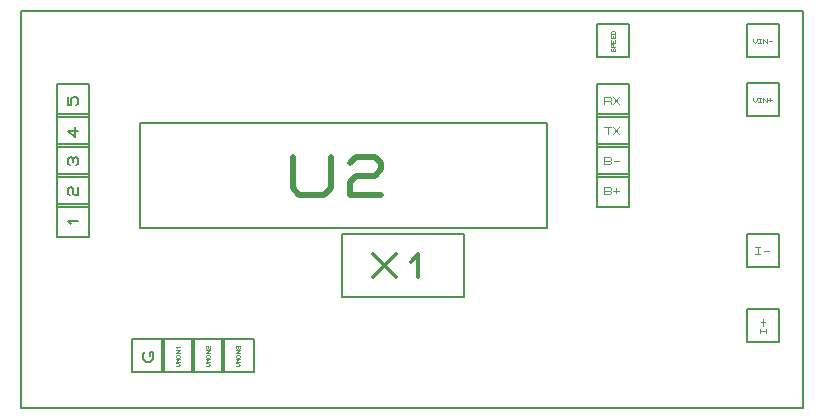
<source format=gbr>
G04 PROTEUS RS274X GERBER FILE*
%FSLAX45Y45*%
%MOMM*%
G01*
%ADD18C,0.203200*%
%ADD44C,0.137160*%
%ADD45C,0.091440*%
%ADD46C,0.316990*%
%ADD47C,0.533400*%
%ADD48C,0.045720*%
%ADD49C,0.054860*%
D18*
X-3108960Y+4765040D02*
X+3512000Y+4765040D01*
X+3512000Y+8128000D01*
X-3108960Y+8128000D01*
X-3108960Y+4765040D01*
X-2804160Y+6212840D02*
X-2529840Y+6212840D01*
X-2529840Y+6487160D01*
X-2804160Y+6487160D01*
X-2804160Y+6212840D01*
D44*
X-2680716Y+6322568D02*
X-2708148Y+6350000D01*
X-2625852Y+6350000D01*
D18*
X-2804160Y+6466840D02*
X-2529840Y+6466840D01*
X-2529840Y+6741160D01*
X-2804160Y+6741160D01*
X-2804160Y+6466840D01*
D44*
X-2694432Y+6562852D02*
X-2708148Y+6576568D01*
X-2708148Y+6617716D01*
X-2694432Y+6631432D01*
X-2680716Y+6631432D01*
X-2667000Y+6617716D01*
X-2667000Y+6576568D01*
X-2653284Y+6562852D01*
X-2625852Y+6562852D01*
X-2625852Y+6631432D01*
D18*
X-2804160Y+6720840D02*
X-2529840Y+6720840D01*
X-2529840Y+6995160D01*
X-2804160Y+6995160D01*
X-2804160Y+6720840D01*
D44*
X-2694432Y+6816852D02*
X-2708148Y+6830568D01*
X-2708148Y+6871716D01*
X-2694432Y+6885432D01*
X-2680716Y+6885432D01*
X-2667000Y+6871716D01*
X-2653284Y+6885432D01*
X-2639568Y+6885432D01*
X-2625852Y+6871716D01*
X-2625852Y+6830568D01*
X-2639568Y+6816852D01*
X-2667000Y+6844284D02*
X-2667000Y+6871716D01*
D18*
X-2804160Y+6974840D02*
X-2529840Y+6974840D01*
X-2529840Y+7249160D01*
X-2804160Y+7249160D01*
X-2804160Y+6974840D01*
D44*
X-2653284Y+7139432D02*
X-2653284Y+7057136D01*
X-2708148Y+7112000D01*
X-2625852Y+7112000D01*
D18*
X-2804160Y+7228840D02*
X-2529840Y+7228840D01*
X-2529840Y+7503160D01*
X-2804160Y+7503160D01*
X-2804160Y+7228840D01*
D44*
X-2708148Y+7393432D02*
X-2708148Y+7324852D01*
X-2680716Y+7324852D01*
X-2680716Y+7379716D01*
X-2667000Y+7393432D01*
X-2639568Y+7393432D01*
X-2625852Y+7379716D01*
X-2625852Y+7338568D01*
X-2639568Y+7324852D01*
D18*
X+1767840Y+6466840D02*
X+2042160Y+6466840D01*
X+2042160Y+6741160D01*
X+1767840Y+6741160D01*
X+1767840Y+6466840D01*
D45*
X+1831848Y+6576568D02*
X+1831848Y+6631432D01*
X+1877568Y+6631432D01*
X+1886712Y+6622288D01*
X+1886712Y+6613144D01*
X+1877568Y+6604000D01*
X+1886712Y+6594856D01*
X+1886712Y+6585712D01*
X+1877568Y+6576568D01*
X+1831848Y+6576568D01*
X+1831848Y+6604000D02*
X+1877568Y+6604000D01*
X+1905000Y+6604000D02*
X+1959864Y+6604000D01*
X+1932432Y+6622288D02*
X+1932432Y+6585712D01*
D18*
X+1767840Y+6720840D02*
X+2042160Y+6720840D01*
X+2042160Y+6995160D01*
X+1767840Y+6995160D01*
X+1767840Y+6720840D01*
D45*
X+1831848Y+6830568D02*
X+1831848Y+6885432D01*
X+1877568Y+6885432D01*
X+1886712Y+6876288D01*
X+1886712Y+6867144D01*
X+1877568Y+6858000D01*
X+1886712Y+6848856D01*
X+1886712Y+6839712D01*
X+1877568Y+6830568D01*
X+1831848Y+6830568D01*
X+1831848Y+6858000D02*
X+1877568Y+6858000D01*
X+1914144Y+6858000D02*
X+1959864Y+6858000D01*
D18*
X+1767840Y+7228840D02*
X+2042160Y+7228840D01*
X+2042160Y+7503160D01*
X+1767840Y+7503160D01*
X+1767840Y+7228840D01*
D45*
X+1831848Y+7338568D02*
X+1831848Y+7393432D01*
X+1877568Y+7393432D01*
X+1886712Y+7384288D01*
X+1886712Y+7375144D01*
X+1877568Y+7366000D01*
X+1831848Y+7366000D01*
X+1877568Y+7366000D02*
X+1886712Y+7356856D01*
X+1886712Y+7338568D01*
X+1905000Y+7393432D02*
X+1959864Y+7338568D01*
X+1905000Y+7338568D02*
X+1959864Y+7393432D01*
D18*
X+1767840Y+6974840D02*
X+2042160Y+6974840D01*
X+2042160Y+7249160D01*
X+1767840Y+7249160D01*
X+1767840Y+6974840D01*
D45*
X+1831848Y+7139432D02*
X+1886712Y+7139432D01*
X+1859280Y+7139432D02*
X+1859280Y+7084568D01*
X+1905000Y+7139432D02*
X+1959864Y+7084568D01*
X+1905000Y+7084568D02*
X+1959864Y+7139432D01*
D18*
X-391160Y+5704840D02*
X+645160Y+5704840D01*
X+645160Y+6233160D01*
X-391160Y+6233160D01*
X-391160Y+5704840D01*
D46*
X-126593Y+6064097D02*
X+63601Y+5873902D01*
X-126593Y+5873902D02*
X+63601Y+6064097D01*
X+190398Y+6000699D02*
X+253796Y+6064097D01*
X+253796Y+5873902D01*
D18*
X-2103660Y+6286500D02*
X+1345660Y+6286500D01*
X+1345660Y+7175500D01*
X-2103660Y+7175500D01*
X-2103660Y+6286500D01*
D47*
X-805720Y+6891020D02*
X-805720Y+6624320D01*
X-752380Y+6570980D01*
X-539020Y+6570980D01*
X-485680Y+6624320D01*
X-485680Y+6891020D01*
X-325660Y+6837680D02*
X-272320Y+6891020D01*
X-112300Y+6891020D01*
X-58960Y+6837680D01*
X-58960Y+6784340D01*
X-112300Y+6731000D01*
X-272320Y+6731000D01*
X-325660Y+6677660D01*
X-325660Y+6570980D01*
X-58960Y+6570980D01*
D18*
X-1915160Y+5069840D02*
X-1640840Y+5069840D01*
X-1640840Y+5344160D01*
X-1915160Y+5344160D01*
X-1915160Y+5069840D01*
D48*
X-1791716Y+5115560D02*
X-1778000Y+5115560D01*
X-1764284Y+5129276D01*
X-1778000Y+5142992D01*
X-1791716Y+5142992D01*
X-1764284Y+5152136D02*
X-1791716Y+5152136D01*
X-1778000Y+5165852D01*
X-1791716Y+5179568D01*
X-1764284Y+5179568D01*
X-1782572Y+5188712D02*
X-1791716Y+5197856D01*
X-1791716Y+5207000D01*
X-1782572Y+5216144D01*
X-1773428Y+5216144D01*
X-1764284Y+5207000D01*
X-1764284Y+5197856D01*
X-1773428Y+5188712D01*
X-1782572Y+5188712D01*
X-1764284Y+5225288D02*
X-1791716Y+5225288D01*
X-1764284Y+5252720D01*
X-1791716Y+5252720D01*
X-1782572Y+5271008D02*
X-1791716Y+5280152D01*
X-1764284Y+5280152D01*
D18*
X-1661160Y+5069840D02*
X-1386840Y+5069840D01*
X-1386840Y+5344160D01*
X-1661160Y+5344160D01*
X-1661160Y+5069840D01*
D48*
X-1537716Y+5115560D02*
X-1524000Y+5115560D01*
X-1510284Y+5129276D01*
X-1524000Y+5142992D01*
X-1537716Y+5142992D01*
X-1510284Y+5152136D02*
X-1537716Y+5152136D01*
X-1524000Y+5165852D01*
X-1537716Y+5179568D01*
X-1510284Y+5179568D01*
X-1528572Y+5188712D02*
X-1537716Y+5197856D01*
X-1537716Y+5207000D01*
X-1528572Y+5216144D01*
X-1519428Y+5216144D01*
X-1510284Y+5207000D01*
X-1510284Y+5197856D01*
X-1519428Y+5188712D01*
X-1528572Y+5188712D01*
X-1510284Y+5225288D02*
X-1537716Y+5225288D01*
X-1510284Y+5252720D01*
X-1537716Y+5252720D01*
X-1533144Y+5266436D02*
X-1537716Y+5271008D01*
X-1537716Y+5284724D01*
X-1533144Y+5289296D01*
X-1528572Y+5289296D01*
X-1524000Y+5284724D01*
X-1524000Y+5271008D01*
X-1519428Y+5266436D01*
X-1510284Y+5266436D01*
X-1510284Y+5289296D01*
D18*
X-1407160Y+5069840D02*
X-1132840Y+5069840D01*
X-1132840Y+5344160D01*
X-1407160Y+5344160D01*
X-1407160Y+5069840D01*
D48*
X-1283716Y+5115560D02*
X-1270000Y+5115560D01*
X-1256284Y+5129276D01*
X-1270000Y+5142992D01*
X-1283716Y+5142992D01*
X-1256284Y+5152136D02*
X-1283716Y+5152136D01*
X-1270000Y+5165852D01*
X-1283716Y+5179568D01*
X-1256284Y+5179568D01*
X-1274572Y+5188712D02*
X-1283716Y+5197856D01*
X-1283716Y+5207000D01*
X-1274572Y+5216144D01*
X-1265428Y+5216144D01*
X-1256284Y+5207000D01*
X-1256284Y+5197856D01*
X-1265428Y+5188712D01*
X-1274572Y+5188712D01*
X-1256284Y+5225288D02*
X-1283716Y+5225288D01*
X-1256284Y+5252720D01*
X-1283716Y+5252720D01*
X-1279144Y+5266436D02*
X-1283716Y+5271008D01*
X-1283716Y+5284724D01*
X-1279144Y+5289296D01*
X-1274572Y+5289296D01*
X-1270000Y+5284724D01*
X-1265428Y+5289296D01*
X-1260856Y+5289296D01*
X-1256284Y+5284724D01*
X-1256284Y+5271008D01*
X-1260856Y+5266436D01*
X-1270000Y+5275580D02*
X-1270000Y+5284724D01*
D18*
X+1767840Y+7736840D02*
X+2042160Y+7736840D01*
X+2042160Y+8011160D01*
X+1767840Y+8011160D01*
X+1767840Y+7736840D01*
D48*
X+1914144Y+7782560D02*
X+1918716Y+7787132D01*
X+1918716Y+7805420D01*
X+1914144Y+7809992D01*
X+1909572Y+7809992D01*
X+1905000Y+7805420D01*
X+1905000Y+7787132D01*
X+1900428Y+7782560D01*
X+1895856Y+7782560D01*
X+1891284Y+7787132D01*
X+1891284Y+7805420D01*
X+1895856Y+7809992D01*
X+1918716Y+7819136D02*
X+1891284Y+7819136D01*
X+1891284Y+7841996D01*
X+1895856Y+7846568D01*
X+1900428Y+7846568D01*
X+1905000Y+7841996D01*
X+1905000Y+7819136D01*
X+1918716Y+7883144D02*
X+1918716Y+7855712D01*
X+1891284Y+7855712D01*
X+1891284Y+7883144D01*
X+1905000Y+7855712D02*
X+1905000Y+7874000D01*
X+1918716Y+7919720D02*
X+1918716Y+7892288D01*
X+1891284Y+7892288D01*
X+1891284Y+7919720D01*
X+1905000Y+7892288D02*
X+1905000Y+7910576D01*
X+1918716Y+7928864D02*
X+1891284Y+7928864D01*
X+1891284Y+7947152D01*
X+1900428Y+7956296D01*
X+1909572Y+7956296D01*
X+1918716Y+7947152D01*
X+1918716Y+7928864D01*
D18*
X-2169160Y+5069840D02*
X-1894840Y+5069840D01*
X-1894840Y+5344160D01*
X-2169160Y+5344160D01*
X-2169160Y+5069840D01*
D44*
X-2018284Y+5207000D02*
X-2018284Y+5234432D01*
X-1990852Y+5234432D01*
X-1990852Y+5179568D01*
X-2018284Y+5152136D01*
X-2045716Y+5152136D01*
X-2073148Y+5179568D01*
X-2073148Y+5220716D01*
X-2059432Y+5234432D01*
D18*
X+3037840Y+7236840D02*
X+3312160Y+7236840D01*
X+3312160Y+7511160D01*
X+3037840Y+7511160D01*
X+3037840Y+7236840D01*
D49*
X+3087218Y+7390459D02*
X+3087218Y+7374000D01*
X+3103677Y+7357540D01*
X+3120136Y+7374000D01*
X+3120136Y+7390459D01*
X+3136595Y+7390459D02*
X+3158540Y+7390459D01*
X+3147568Y+7390459D02*
X+3147568Y+7357540D01*
X+3136595Y+7357540D02*
X+3158540Y+7357540D01*
X+3175000Y+7357540D02*
X+3175000Y+7390459D01*
X+3207918Y+7357540D01*
X+3207918Y+7390459D01*
X+3218891Y+7374000D02*
X+3251809Y+7374000D01*
X+3235350Y+7384972D02*
X+3235350Y+7363027D01*
D18*
X+3037840Y+7736840D02*
X+3312160Y+7736840D01*
X+3312160Y+8011160D01*
X+3037840Y+8011160D01*
X+3037840Y+7736840D01*
D49*
X+3087218Y+7890459D02*
X+3087218Y+7874000D01*
X+3103677Y+7857540D01*
X+3120136Y+7874000D01*
X+3120136Y+7890459D01*
X+3136595Y+7890459D02*
X+3158540Y+7890459D01*
X+3147568Y+7890459D02*
X+3147568Y+7857540D01*
X+3136595Y+7857540D02*
X+3158540Y+7857540D01*
X+3175000Y+7857540D02*
X+3175000Y+7890459D01*
X+3207918Y+7857540D01*
X+3207918Y+7890459D01*
X+3224377Y+7874000D02*
X+3251809Y+7874000D01*
D18*
X+3037840Y+5958840D02*
X+3312160Y+5958840D01*
X+3312160Y+6233160D01*
X+3037840Y+6233160D01*
X+3037840Y+5958840D01*
D45*
X+3110992Y+6123432D02*
X+3147568Y+6123432D01*
X+3129280Y+6123432D02*
X+3129280Y+6068568D01*
X+3110992Y+6068568D02*
X+3147568Y+6068568D01*
X+3184144Y+6096000D02*
X+3229864Y+6096000D01*
D18*
X+3037840Y+5323840D02*
X+3312160Y+5323840D01*
X+3312160Y+5598160D01*
X+3037840Y+5598160D01*
X+3037840Y+5323840D01*
D45*
X+3147568Y+5396992D02*
X+3147568Y+5433568D01*
X+3147568Y+5415280D02*
X+3202432Y+5415280D01*
X+3202432Y+5396992D02*
X+3202432Y+5433568D01*
X+3175000Y+5461000D02*
X+3175000Y+5515864D01*
X+3156712Y+5488432D02*
X+3193288Y+5488432D01*
M02*

</source>
